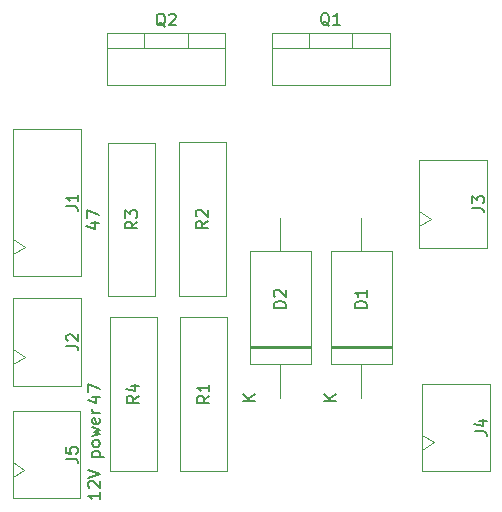
<source format=gbr>
%TF.GenerationSoftware,KiCad,Pcbnew,(6.0.2)*%
%TF.CreationDate,2023-02-13T14:46:02+00:00*%
%TF.ProjectId,solenoid_driver,736f6c65-6e6f-4696-945f-647269766572,rev?*%
%TF.SameCoordinates,Original*%
%TF.FileFunction,AssemblyDrawing,Top*%
%FSLAX46Y46*%
G04 Gerber Fmt 4.6, Leading zero omitted, Abs format (unit mm)*
G04 Created by KiCad (PCBNEW (6.0.2)) date 2023-02-13 14:46:02*
%MOMM*%
%LPD*%
G01*
G04 APERTURE LIST*
%ADD10C,0.150000*%
%ADD11C,0.100000*%
G04 APERTURE END LIST*
D10*
%TO.C,J1*%
X118652380Y-95456333D02*
X119366666Y-95456333D01*
X119509523Y-95503952D01*
X119604761Y-95599190D01*
X119652380Y-95742047D01*
X119652380Y-95837285D01*
X119652380Y-94456333D02*
X119652380Y-95027761D01*
X119652380Y-94742047D02*
X118652380Y-94742047D01*
X118795238Y-94837285D01*
X118890476Y-94932523D01*
X118938095Y-95027761D01*
%TO.C,R1*%
X130754380Y-111490666D02*
X130278190Y-111824000D01*
X130754380Y-112062095D02*
X129754380Y-112062095D01*
X129754380Y-111681142D01*
X129802000Y-111585904D01*
X129849619Y-111538285D01*
X129944857Y-111490666D01*
X130087714Y-111490666D01*
X130182952Y-111538285D01*
X130230571Y-111585904D01*
X130278190Y-111681142D01*
X130278190Y-112062095D01*
X130754380Y-110538285D02*
X130754380Y-111109714D01*
X130754380Y-110824000D02*
X129754380Y-110824000D01*
X129897238Y-110919238D01*
X129992476Y-111014476D01*
X130040095Y-111109714D01*
%TO.C,D1*%
X144089380Y-104038595D02*
X143089380Y-104038595D01*
X143089380Y-103800500D01*
X143137000Y-103657642D01*
X143232238Y-103562404D01*
X143327476Y-103514785D01*
X143517952Y-103467166D01*
X143660809Y-103467166D01*
X143851285Y-103514785D01*
X143946523Y-103562404D01*
X144041761Y-103657642D01*
X144089380Y-103800500D01*
X144089380Y-104038595D01*
X144089380Y-102514785D02*
X144089380Y-103086214D01*
X144089380Y-102800500D02*
X143089380Y-102800500D01*
X143232238Y-102895738D01*
X143327476Y-102990976D01*
X143375095Y-103086214D01*
X141489380Y-111894904D02*
X140489380Y-111894904D01*
X141489380Y-111323476D02*
X140917952Y-111752047D01*
X140489380Y-111323476D02*
X141060809Y-111894904D01*
%TO.C,D2*%
X137231380Y-104038595D02*
X136231380Y-104038595D01*
X136231380Y-103800500D01*
X136279000Y-103657642D01*
X136374238Y-103562404D01*
X136469476Y-103514785D01*
X136659952Y-103467166D01*
X136802809Y-103467166D01*
X136993285Y-103514785D01*
X137088523Y-103562404D01*
X137183761Y-103657642D01*
X137231380Y-103800500D01*
X137231380Y-104038595D01*
X136326619Y-103086214D02*
X136279000Y-103038595D01*
X136231380Y-102943357D01*
X136231380Y-102705261D01*
X136279000Y-102610023D01*
X136326619Y-102562404D01*
X136421857Y-102514785D01*
X136517095Y-102514785D01*
X136659952Y-102562404D01*
X137231380Y-103133833D01*
X137231380Y-102514785D01*
X134631380Y-111894904D02*
X133631380Y-111894904D01*
X134631380Y-111323476D02*
X134059952Y-111752047D01*
X133631380Y-111323476D02*
X134202809Y-111894904D01*
%TO.C,J4*%
X153265380Y-114506333D02*
X153979666Y-114506333D01*
X154122523Y-114553952D01*
X154217761Y-114649190D01*
X154265380Y-114792047D01*
X154265380Y-114887285D01*
X153598714Y-113601571D02*
X154265380Y-113601571D01*
X153217761Y-113839666D02*
X153932047Y-114077761D01*
X153932047Y-113458714D01*
%TO.C,Q1*%
X140938261Y-80161119D02*
X140843023Y-80113500D01*
X140747785Y-80018261D01*
X140604928Y-79875404D01*
X140509690Y-79827785D01*
X140414452Y-79827785D01*
X140462071Y-80065880D02*
X140366833Y-80018261D01*
X140271595Y-79923023D01*
X140223976Y-79732547D01*
X140223976Y-79399214D01*
X140271595Y-79208738D01*
X140366833Y-79113500D01*
X140462071Y-79065880D01*
X140652547Y-79065880D01*
X140747785Y-79113500D01*
X140843023Y-79208738D01*
X140890642Y-79399214D01*
X140890642Y-79732547D01*
X140843023Y-79923023D01*
X140747785Y-80018261D01*
X140652547Y-80065880D01*
X140462071Y-80065880D01*
X141843023Y-80065880D02*
X141271595Y-80065880D01*
X141557309Y-80065880D02*
X141557309Y-79065880D01*
X141462071Y-79208738D01*
X141366833Y-79303976D01*
X141271595Y-79351595D01*
%TO.C,Q2*%
X127031761Y-80224619D02*
X126936523Y-80177000D01*
X126841285Y-80081761D01*
X126698428Y-79938904D01*
X126603190Y-79891285D01*
X126507952Y-79891285D01*
X126555571Y-80129380D02*
X126460333Y-80081761D01*
X126365095Y-79986523D01*
X126317476Y-79796047D01*
X126317476Y-79462714D01*
X126365095Y-79272238D01*
X126460333Y-79177000D01*
X126555571Y-79129380D01*
X126746047Y-79129380D01*
X126841285Y-79177000D01*
X126936523Y-79272238D01*
X126984142Y-79462714D01*
X126984142Y-79796047D01*
X126936523Y-79986523D01*
X126841285Y-80081761D01*
X126746047Y-80129380D01*
X126555571Y-80129380D01*
X127365095Y-79224619D02*
X127412714Y-79177000D01*
X127507952Y-79129380D01*
X127746047Y-79129380D01*
X127841285Y-79177000D01*
X127888904Y-79224619D01*
X127936523Y-79319857D01*
X127936523Y-79415095D01*
X127888904Y-79557952D01*
X127317476Y-80129380D01*
X127936523Y-80129380D01*
%TO.C,R2*%
X130627380Y-96686666D02*
X130151190Y-97020000D01*
X130627380Y-97258095D02*
X129627380Y-97258095D01*
X129627380Y-96877142D01*
X129675000Y-96781904D01*
X129722619Y-96734285D01*
X129817857Y-96686666D01*
X129960714Y-96686666D01*
X130055952Y-96734285D01*
X130103571Y-96781904D01*
X130151190Y-96877142D01*
X130151190Y-97258095D01*
X129722619Y-96305714D02*
X129675000Y-96258095D01*
X129627380Y-96162857D01*
X129627380Y-95924761D01*
X129675000Y-95829523D01*
X129722619Y-95781904D01*
X129817857Y-95734285D01*
X129913095Y-95734285D01*
X130055952Y-95781904D01*
X130627380Y-96353333D01*
X130627380Y-95734285D01*
%TO.C,J2*%
X118674880Y-107267333D02*
X119389166Y-107267333D01*
X119532023Y-107314952D01*
X119627261Y-107410190D01*
X119674880Y-107553047D01*
X119674880Y-107648285D01*
X118770119Y-106838761D02*
X118722500Y-106791142D01*
X118674880Y-106695904D01*
X118674880Y-106457809D01*
X118722500Y-106362571D01*
X118770119Y-106314952D01*
X118865357Y-106267333D01*
X118960595Y-106267333D01*
X119103452Y-106314952D01*
X119674880Y-106886380D01*
X119674880Y-106267333D01*
%TO.C,J3*%
X153011380Y-95583333D02*
X153725666Y-95583333D01*
X153868523Y-95630952D01*
X153963761Y-95726190D01*
X154011380Y-95869047D01*
X154011380Y-95964285D01*
X153011380Y-95202380D02*
X153011380Y-94583333D01*
X153392333Y-94916666D01*
X153392333Y-94773809D01*
X153439952Y-94678571D01*
X153487571Y-94630952D01*
X153582809Y-94583333D01*
X153820904Y-94583333D01*
X153916142Y-94630952D01*
X153963761Y-94678571D01*
X154011380Y-94773809D01*
X154011380Y-95059523D01*
X153963761Y-95154761D01*
X153916142Y-95202380D01*
%TO.C,R4*%
X120868714Y-111609714D02*
X121535380Y-111609714D01*
X120487761Y-111847809D02*
X121202047Y-112085904D01*
X121202047Y-111466857D01*
X120535380Y-111181142D02*
X120535380Y-110514476D01*
X121535380Y-110943047D01*
X124785380Y-111490666D02*
X124309190Y-111824000D01*
X124785380Y-112062095D02*
X123785380Y-112062095D01*
X123785380Y-111681142D01*
X123833000Y-111585904D01*
X123880619Y-111538285D01*
X123975857Y-111490666D01*
X124118714Y-111490666D01*
X124213952Y-111538285D01*
X124261571Y-111585904D01*
X124309190Y-111681142D01*
X124309190Y-112062095D01*
X124118714Y-110633523D02*
X124785380Y-110633523D01*
X123737761Y-110871619D02*
X124452047Y-111109714D01*
X124452047Y-110490666D01*
%TO.C,R3*%
X120741714Y-96860714D02*
X121408380Y-96860714D01*
X120360761Y-97098809D02*
X121075047Y-97336904D01*
X121075047Y-96717857D01*
X120408380Y-96432142D02*
X120408380Y-95765476D01*
X121408380Y-96194047D01*
X124658380Y-96741666D02*
X124182190Y-97075000D01*
X124658380Y-97313095D02*
X123658380Y-97313095D01*
X123658380Y-96932142D01*
X123706000Y-96836904D01*
X123753619Y-96789285D01*
X123848857Y-96741666D01*
X123991714Y-96741666D01*
X124086952Y-96789285D01*
X124134571Y-96836904D01*
X124182190Y-96932142D01*
X124182190Y-97313095D01*
X123658380Y-96408333D02*
X123658380Y-95789285D01*
X124039333Y-96122619D01*
X124039333Y-95979761D01*
X124086952Y-95884523D01*
X124134571Y-95836904D01*
X124229809Y-95789285D01*
X124467904Y-95789285D01*
X124563142Y-95836904D01*
X124610761Y-95884523D01*
X124658380Y-95979761D01*
X124658380Y-96265476D01*
X124610761Y-96360714D01*
X124563142Y-96408333D01*
%TO.C,J5*%
X121511380Y-119645666D02*
X121511380Y-120217095D01*
X121511380Y-119931380D02*
X120511380Y-119931380D01*
X120654238Y-120026619D01*
X120749476Y-120121857D01*
X120797095Y-120217095D01*
X120606619Y-119264714D02*
X120559000Y-119217095D01*
X120511380Y-119121857D01*
X120511380Y-118883761D01*
X120559000Y-118788523D01*
X120606619Y-118740904D01*
X120701857Y-118693285D01*
X120797095Y-118693285D01*
X120939952Y-118740904D01*
X121511380Y-119312333D01*
X121511380Y-118693285D01*
X120511380Y-118407571D02*
X121511380Y-118074238D01*
X120511380Y-117740904D01*
X120844714Y-116645666D02*
X121844714Y-116645666D01*
X120892333Y-116645666D02*
X120844714Y-116550428D01*
X120844714Y-116359952D01*
X120892333Y-116264714D01*
X120939952Y-116217095D01*
X121035190Y-116169476D01*
X121320904Y-116169476D01*
X121416142Y-116217095D01*
X121463761Y-116264714D01*
X121511380Y-116359952D01*
X121511380Y-116550428D01*
X121463761Y-116645666D01*
X121511380Y-115598047D02*
X121463761Y-115693285D01*
X121416142Y-115740904D01*
X121320904Y-115788523D01*
X121035190Y-115788523D01*
X120939952Y-115740904D01*
X120892333Y-115693285D01*
X120844714Y-115598047D01*
X120844714Y-115455190D01*
X120892333Y-115359952D01*
X120939952Y-115312333D01*
X121035190Y-115264714D01*
X121320904Y-115264714D01*
X121416142Y-115312333D01*
X121463761Y-115359952D01*
X121511380Y-115455190D01*
X121511380Y-115598047D01*
X120844714Y-114931380D02*
X121511380Y-114740904D01*
X121035190Y-114550428D01*
X121511380Y-114359952D01*
X120844714Y-114169476D01*
X121463761Y-113407571D02*
X121511380Y-113502809D01*
X121511380Y-113693285D01*
X121463761Y-113788523D01*
X121368523Y-113836142D01*
X120987571Y-113836142D01*
X120892333Y-113788523D01*
X120844714Y-113693285D01*
X120844714Y-113502809D01*
X120892333Y-113407571D01*
X120987571Y-113359952D01*
X121082809Y-113359952D01*
X121178047Y-113836142D01*
X121511380Y-112931380D02*
X120844714Y-112931380D01*
X121035190Y-112931380D02*
X120939952Y-112883761D01*
X120892333Y-112836142D01*
X120844714Y-112740904D01*
X120844714Y-112645666D01*
X118611380Y-116812333D02*
X119325666Y-116812333D01*
X119468523Y-116859952D01*
X119563761Y-116955190D01*
X119611380Y-117098047D01*
X119611380Y-117193285D01*
X118611380Y-115859952D02*
X118611380Y-116336142D01*
X119087571Y-116383761D01*
X119039952Y-116336142D01*
X118992333Y-116240904D01*
X118992333Y-116002809D01*
X119039952Y-115907571D01*
X119087571Y-115859952D01*
X119182809Y-115812333D01*
X119420904Y-115812333D01*
X119516142Y-115859952D01*
X119563761Y-115907571D01*
X119611380Y-116002809D01*
X119611380Y-116240904D01*
X119563761Y-116336142D01*
X119516142Y-116383761D01*
D11*
%TO.C,J1*%
X119900000Y-101323000D02*
X119900000Y-88923000D01*
X115150000Y-98873000D02*
X114150000Y-98248000D01*
X119900000Y-88923000D02*
X114150000Y-88923000D01*
X114150000Y-99498000D02*
X115150000Y-98873000D01*
X114150000Y-88923000D02*
X114150000Y-101323000D01*
X114150000Y-101323000D02*
X119900000Y-101323000D01*
%TO.C,R1*%
X132302000Y-117824000D02*
X132302000Y-104824000D01*
X132302000Y-104824000D02*
X128302000Y-104824000D01*
X128302000Y-117824000D02*
X132302000Y-117824000D01*
X128302000Y-104824000D02*
X128302000Y-117824000D01*
%TO.C,D1*%
X141037000Y-99263000D02*
X141037000Y-108763000D01*
X146237000Y-108763000D02*
X146237000Y-99263000D01*
X141037000Y-107338000D02*
X146237000Y-107338000D01*
X141037000Y-108763000D02*
X146237000Y-108763000D01*
X141037000Y-107438000D02*
X146237000Y-107438000D01*
X141037000Y-107238000D02*
X146237000Y-107238000D01*
X146237000Y-99263000D02*
X141037000Y-99263000D01*
X143637000Y-111633000D02*
X143637000Y-108763000D01*
X143637000Y-96393000D02*
X143637000Y-99263000D01*
%TO.C,D2*%
X134179000Y-107438000D02*
X139379000Y-107438000D01*
X134179000Y-107338000D02*
X139379000Y-107338000D01*
X139379000Y-108763000D02*
X139379000Y-99263000D01*
X134179000Y-108763000D02*
X139379000Y-108763000D01*
X136779000Y-96393000D02*
X136779000Y-99263000D01*
X136779000Y-111633000D02*
X136779000Y-108763000D01*
X134179000Y-107238000D02*
X139379000Y-107238000D01*
X134179000Y-99263000D02*
X134179000Y-108763000D01*
X139379000Y-99263000D02*
X134179000Y-99263000D01*
%TO.C,J4*%
X148763000Y-110473000D02*
X148763000Y-117873000D01*
X154513000Y-110473000D02*
X148763000Y-110473000D01*
X148763000Y-116048000D02*
X149763000Y-115423000D01*
X154513000Y-117873000D02*
X154513000Y-110473000D01*
X149763000Y-115423000D02*
X148763000Y-114798000D01*
X148763000Y-117873000D02*
X154513000Y-117873000D01*
%TO.C,Q1*%
X146033500Y-85133500D02*
X146033500Y-80733500D01*
X139183500Y-80733500D02*
X139183500Y-82003500D01*
X142883500Y-80733500D02*
X142883500Y-82003500D01*
X136033500Y-80733500D02*
X136033500Y-85133500D01*
X136033500Y-82003500D02*
X146033500Y-82003500D01*
X146033500Y-80733500D02*
X136033500Y-80733500D01*
X136033500Y-85133500D02*
X146033500Y-85133500D01*
%TO.C,Q2*%
X122127000Y-80797000D02*
X122127000Y-85197000D01*
X132127000Y-85197000D02*
X132127000Y-80797000D01*
X122127000Y-82067000D02*
X132127000Y-82067000D01*
X132127000Y-80797000D02*
X122127000Y-80797000D01*
X122127000Y-85197000D02*
X132127000Y-85197000D01*
X128977000Y-80797000D02*
X128977000Y-82067000D01*
X125277000Y-80797000D02*
X125277000Y-82067000D01*
%TO.C,R2*%
X128175000Y-103020000D02*
X132175000Y-103020000D01*
X132175000Y-90020000D02*
X128175000Y-90020000D01*
X128175000Y-90020000D02*
X128175000Y-103020000D01*
X132175000Y-103020000D02*
X132175000Y-90020000D01*
%TO.C,J2*%
X119922500Y-110634000D02*
X119922500Y-103234000D01*
X114172500Y-110634000D02*
X119922500Y-110634000D01*
X114172500Y-103234000D02*
X114172500Y-110634000D01*
X114172500Y-108809000D02*
X115172500Y-108184000D01*
X115172500Y-108184000D02*
X114172500Y-107559000D01*
X119922500Y-103234000D02*
X114172500Y-103234000D01*
%TO.C,J3*%
X149509000Y-96500000D02*
X148509000Y-95875000D01*
X148509000Y-98950000D02*
X154259000Y-98950000D01*
X148509000Y-97125000D02*
X149509000Y-96500000D01*
X154259000Y-98950000D02*
X154259000Y-91550000D01*
X154259000Y-91550000D02*
X148509000Y-91550000D01*
X148509000Y-91550000D02*
X148509000Y-98950000D01*
%TO.C,R4*%
X126333000Y-104824000D02*
X122333000Y-104824000D01*
X122333000Y-117824000D02*
X126333000Y-117824000D01*
X126333000Y-117824000D02*
X126333000Y-104824000D01*
X122333000Y-104824000D02*
X122333000Y-117824000D01*
%TO.C,R3*%
X122206000Y-90075000D02*
X122206000Y-103075000D01*
X126206000Y-90075000D02*
X122206000Y-90075000D01*
X122206000Y-103075000D02*
X126206000Y-103075000D01*
X126206000Y-103075000D02*
X126206000Y-90075000D01*
%TO.C,J5*%
X119859000Y-120179000D02*
X119859000Y-112779000D01*
X115109000Y-117729000D02*
X114109000Y-117104000D01*
X114109000Y-120179000D02*
X119859000Y-120179000D01*
X114109000Y-112779000D02*
X114109000Y-120179000D01*
X114109000Y-118354000D02*
X115109000Y-117729000D01*
X119859000Y-112779000D02*
X114109000Y-112779000D01*
%TD*%
M02*

</source>
